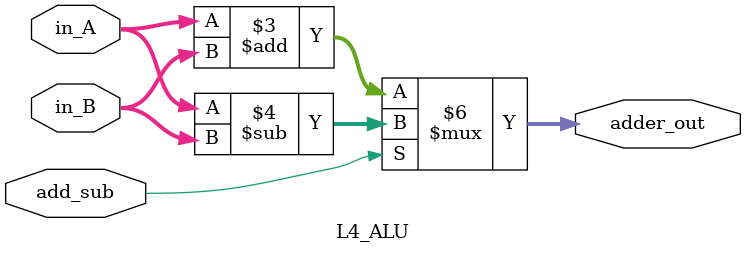
<source format=v>
module L4_ALU(
	input [15:0] in_A,
	input [15:0] in_B,
	input add_sub,
	output reg [15:0] adder_out
);

	always@(*)
	begin
	
		if(add_sub == 0) //0 means add_sub
		begin
			adder_out <= in_A + in_B;
		end
		
		else
		begin
			adder_out <= in_A - in_B;
		end
		
	end
	
endmodule
</source>
